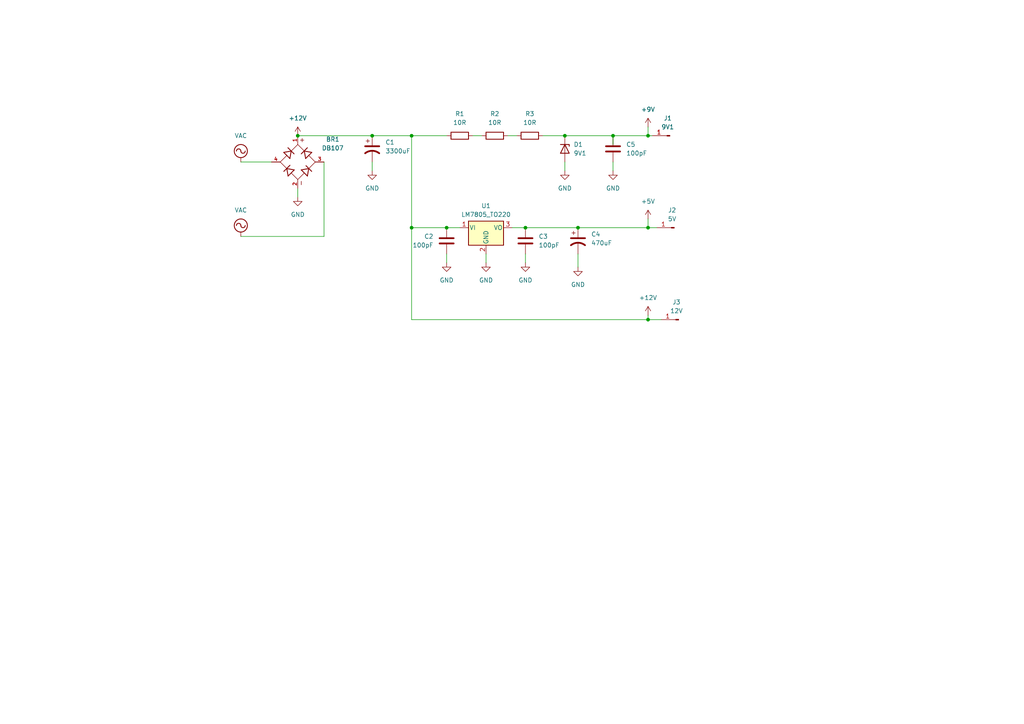
<source format=kicad_sch>
(kicad_sch (version 20230121) (generator eeschema)
  (paper "A4")
  (lib_symbols
    (symbol "Connector:Conn_01x01_Pin" (pin_names (offset 1.016) hide)
      (property "Reference" "J" (at 0 2.54 0))
      (property "Value" "Conn_01x01_Pin" (at 0 -2.54 0))
      (symbol "Conn_01x01_Pin_1_1"
        (polyline (pts (xy 1.27 0) (xy 0.8636 0)) (stroke (width 0.1524)))
        (rectangle (start 0.8636 0.127) (end 0 -0.127) (stroke (width 0.1524)) (fill (type outline)))
        (pin passive line (at 5.08 0 180) (length 3.81) (name "Pin_1") (number "1"))
      )
    )
    (symbol "DB107:DB107" (pin_names (offset 1.016))
      (property "Reference" "BR" (at 5.08 5.08 0))
      (property "Value" "DB107" (at 5.08 -7.62 0))
      (symbol "DB107_0_0"
        (polyline (pts (xy -6.858 1.27) (xy -5.842 1.27)) (stroke (width 0.1524)))
        (polyline (pts (xy -6.35 0.762) (xy -6.35 1.778)) (stroke (width 0.1524)))
        (polyline (pts (xy -5.08 0) (xy -3.175 -1.905)) (stroke (width 0.1524)))
        (polyline (pts (xy -3.175 -1.905) (xy -2.794 -4.064)) (stroke (width 0.254)))
        (polyline (pts (xy -3.175 -1.905) (xy -1.016 -2.286)) (stroke (width 0.254)))
        (polyline (pts (xy -3.175 1.905) (xy -5.08 0)) (stroke (width 0.1524)))
        (polyline (pts (xy -3.175 1.905) (xy -2.794 4.064)) (stroke (width 0.254)))
        (polyline (pts (xy -3.175 1.905) (xy -1.016 2.286)) (stroke (width 0.254)))
        (polyline (pts (xy -2.3622 -1.0668) (xy -4.1402 -2.8448)) (stroke (width 0.254)))
        (polyline (pts (xy -2.3622 1.016) (xy -4.1402 2.794)) (stroke (width 0.254)))
        (polyline (pts (xy -1.016 -2.286) (xy -2.794 -4.064)) (stroke (width 0.254)))
        (polyline (pts (xy -1.016 2.286) (xy -2.794 4.064)) (stroke (width 0.254)))
        (polyline (pts (xy 0 -5.08) (xy -1.8034 -3.2766)) (stroke (width 0.1524)))
        (polyline (pts (xy 0 -5.08) (xy 1.905 -3.175)) (stroke (width 0.1524)))
        (polyline (pts (xy 0 5.08) (xy -1.8034 3.2766)) (stroke (width 0.1524)))
        (polyline (pts (xy 1.905 -3.175) (xy 2.286 -1.016)) (stroke (width 0.254)))
        (polyline (pts (xy 1.905 -3.175) (xy 4.064 -2.794)) (stroke (width 0.254)))
        (polyline (pts (xy 1.905 3.175) (xy 0 5.08)) (stroke (width 0.1524)))
        (polyline (pts (xy 1.905 3.175) (xy 2.286 1.016)) (stroke (width 0.254)))
        (polyline (pts (xy 1.905 3.175) (xy 4.064 2.794)) (stroke (width 0.254)))
        (polyline (pts (xy 2.7178 -4.0386) (xy 0.9398 -2.2606)) (stroke (width 0.254)))
        (polyline (pts (xy 2.7178 4.0386) (xy 1.0668 2.3876)) (stroke (width 0.254)))
        (polyline (pts (xy 3.2766 -1.8034) (xy 5.08 0)) (stroke (width 0.1524)))
        (polyline (pts (xy 4.064 -2.794) (xy 2.286 -1.016)) (stroke (width 0.254)))
        (polyline (pts (xy 4.064 2.794) (xy 2.286 1.016)) (stroke (width 0.254)))
        (polyline (pts (xy 5.08 0) (xy 3.2766 1.8034)) (stroke (width 0.1524)))
        (polyline (pts (xy 5.588 1.016) (xy 6.604 1.016)) (stroke (width 0.1524)))
        (pin passive line (at -7.62 0 0) (length 2.54) (name "~") (number "1"))
        (pin passive line (at 7.62 0 180) (length 2.54) (name "~") (number "2"))
        (pin passive line (at 0 7.62 270) (length 2.54) (name "~") (number "3"))
        (pin passive line (at 0 -7.62 90) (length 2.54) (name "~") (number "4"))
      )
    )
    (symbol "Device:C" (pin_numbers hide) (pin_names (offset 0.254))
      (property "Reference" "C" (at 0.635 2.54 0))
      (property "Value" "C" (at 0.635 -2.54 0))
      (symbol "C_0_1"
        (polyline (pts (xy -2.032 -0.762) (xy 2.032 -0.762)) (stroke (width 0.508)))
        (polyline (pts (xy -2.032 0.762) (xy 2.032 0.762)) (stroke (width 0.508)))
      )
      (symbol "C_1_1"
        (pin passive line (at 0 3.81 270) (length 2.794) (name "~") (number "1"))
        (pin passive line (at 0 -3.81 90) (length 2.794) (name "~") (number "2"))
      )
    )
    (symbol "Device:C_Polarized_US" (pin_numbers hide) (pin_names (offset 0.254) hide)
      (property "Reference" "C" (at 0.635 2.54 0))
      (property "Value" "C_Polarized_US" (at 0.635 -2.54 0))
      (symbol "C_Polarized_US_0_1"
        (polyline (pts (xy -2.032 0.762) (xy 2.032 0.762)) (stroke (width 0.508)))
        (polyline (pts (xy -1.778 2.286) (xy -0.762 2.286)))
        (polyline (pts (xy -1.27 1.778) (xy -1.27 2.794)))
        (arc (start 2.032 -1.27) (mid 0 -0.5572) (end -2.032 -1.27) (stroke (width 0.508)))
      )
      (symbol "C_Polarized_US_1_1"
        (pin passive line (at 0 3.81 270) (length 2.794) (name "~") (number "1"))
        (pin passive line (at 0 -3.81 90) (length 3.302) (name "~") (number "2"))
      )
    )
    (symbol "Device:D_Zener" (pin_numbers hide) (pin_names (offset 1.016) hide)
      (property "Reference" "D" (at 0 2.54 0))
      (property "Value" "D_Zener" (at 0 -2.54 0))
      (symbol "D_Zener_0_1"
        (polyline (pts (xy 1.27 0) (xy -1.27 0)))
        (polyline (pts (xy -1.27 -1.27) (xy -1.27 1.27) (xy -0.762 1.27)) (stroke (width 0.254)))
        (polyline (pts (xy 1.27 -1.27) (xy 1.27 1.27) (xy -1.27 0) (xy 1.27 -1.27)) (stroke (width 0.254)))
      )
      (symbol "D_Zener_1_1"
        (pin passive line (at -3.81 0 0) (length 2.54) (name "K") (number "1"))
        (pin passive line (at 3.81 0 180) (length 2.54) (name "A") (number "2"))
      )
    )
    (symbol "Device:R" (pin_numbers hide) (pin_names (offset 0))
      (property "Reference" "R" (at 2.032 0 90))
      (property "Value" "R" (at 0 0 90))
      (symbol "R_0_1"
        (rectangle (start -1.016 -2.54) (end 1.016 2.54) (stroke (width 0.254)))
      )
      (symbol "R_1_1"
        (pin passive line (at 0 3.81 270) (length 1.27) (name "~") (number "1"))
        (pin passive line (at 0 -3.81 90) (length 1.27) (name "~") (number "2"))
      )
    )
    (symbol "Regulator_Linear:LM7805_TO220" (pin_names (offset 0.254))
      (property "Reference" "U" (at -3.81 3.175 0))
      (property "Value" "LM7805_TO220" (at 0 3.175 0))
      (symbol "LM7805_TO220_0_1"
        (rectangle (start -5.08 1.905) (end 5.08 -5.08) (stroke (width 0.254)) (fill (type background)))
      )
      (symbol "LM7805_TO220_1_1"
        (pin power_in line (at -7.62 0 0) (length 2.54) (name "VI") (number "1"))
        (pin power_in line (at 0 -7.62 90) (length 2.54) (name "GND") (number "2"))
        (pin power_out line (at 7.62 0 180) (length 2.54) (name "VO") (number "3"))
      )
    )
    (symbol "power:+12V" (power) (pin_names (offset 0))
      (property "Value" "+12V" (at 0 3.556 0))
      (symbol "+12V_0_1"
        (polyline (pts (xy -0.762 1.27) (xy 0 2.54)))
        (polyline (pts (xy 0 0) (xy 0 2.54)))
        (polyline (pts (xy 0 2.54) (xy 0.762 1.27)))
      )
      (symbol "+12V_1_1"
        (pin power_in line (at 0 0 90) (length 0) hide (name "+12V") (number "1"))
      )
    )
    (symbol "power:+5V" (power) (pin_names (offset 0))
      (property "Value" "+5V" (at 0 3.556 0))
      (symbol "+5V_0_1"
        (polyline (pts (xy -0.762 1.27) (xy 0 2.54)))
        (polyline (pts (xy 0 0) (xy 0 2.54)))
        (polyline (pts (xy 0 2.54) (xy 0.762 1.27)))
      )
      (symbol "+5V_1_1"
        (pin power_in line (at 0 0 90) (length 0) hide (name "+5V") (number "1"))
      )
    )
    (symbol "power:+9V" (power) (pin_names (offset 0))
      (property "Value" "+9V" (at 0 3.556 0))
      (symbol "+9V_0_1"
        (polyline (pts (xy -0.762 1.27) (xy 0 2.54)))
        (polyline (pts (xy 0 0) (xy 0 2.54)))
        (polyline (pts (xy 0 2.54) (xy 0.762 1.27)))
      )
      (symbol "+9V_1_1"
        (pin power_in line (at 0 0 90) (length 0) hide (name "+9V") (number "1"))
      )
    )
    (symbol "power:GND" (power) (pin_names (offset 0))
      (property "Value" "GND" (at 0 -3.81 0))
      (symbol "GND_0_1"
        (polyline (pts (xy 0 0) (xy 0 -1.27) (xy 1.27 -1.27) (xy 0 -2.54) (xy -1.27 -1.27) (xy 0 -1.27)))
      )
      (symbol "GND_1_1"
        (pin power_in line (at 0 0 270) (length 0) hide (name "GND") (number "1"))
      )
    )
    (symbol "power:VAC" (power) (pin_names (offset 0))
      (property "Value" "VAC" (at 0 6.35 0))
      (symbol "VAC_0_1"
        (polyline (pts (xy 0 0) (xy 0 1.27)))
        (arc (start 0 3.175) (mid -0.635 3.8073) (end -1.27 3.175) (stroke (width 0.254)))
        (arc (start 0 3.175) (mid 0.635 2.5427) (end 1.27 3.175) (stroke (width 0.254)))
        (circle (center 0 3.175) (radius 1.905) (stroke (width 0.254)))
      )
      (symbol "VAC_1_1"
        (pin power_in line (at 0 0 90) (length 0) hide (name "VAC") (number "1"))
      )
    )
  )
  (junction (at 177.8 39.37))
  (junction (at 187.96 39.37))
  (junction (at 163.83 39.37))
  (junction (at 119.38 39.37))
  (junction (at 187.96 66.04))
  (junction (at 129.54 66.04))
  (junction (at 107.95 39.37))
  (junction (at 167.64 66.04))
  (junction (at 187.96 92.71))
  (junction (at 152.4 66.04))
  (junction (at 86.36 39.37))
  (junction (at 119.38 66.04))
  (wire (pts (xy 187.96 92.71) (xy 119.38 92.71)))
  (wire (pts (xy 148.59 66.04) (xy 152.4 66.04)))
  (wire (pts (xy 163.83 46.99) (xy 163.83 49.53)))
  (wire (pts (xy 152.4 73.66) (xy 152.4 76.2)))
  (wire (pts (xy 107.95 39.37) (xy 119.38 39.37)))
  (wire (pts (xy 140.97 73.66) (xy 140.97 76.2)))
  (wire (pts (xy 191.77 92.71) (xy 187.96 92.71)))
  (wire (pts (xy 119.38 39.37) (xy 129.54 39.37)))
  (wire (pts (xy 167.64 66.04) (xy 187.96 66.04)))
  (wire (pts (xy 177.8 46.99) (xy 177.8 49.53)))
  (wire (pts (xy 107.95 46.99) (xy 107.95 49.53)))
  (wire (pts (xy 187.96 91.44) (xy 187.96 92.71)))
  (wire (pts (xy 129.54 73.66) (xy 129.54 76.2)))
  (wire (pts (xy 152.4 66.04) (xy 167.64 66.04)))
  (wire (pts (xy 177.8 41.91) (xy 177.8 39.37)))
  (wire (pts (xy 187.96 39.37) (xy 189.23 39.37)))
  (wire (pts (xy 86.36 54.61) (xy 86.36 57.15)))
  (wire (pts (xy 93.98 68.58) (xy 93.98 46.99)))
  (wire (pts (xy 69.85 68.58) (xy 93.98 68.58)))
  (wire (pts (xy 187.96 63.5) (xy 187.96 66.04)))
  (wire (pts (xy 129.54 66.04) (xy 119.38 66.04)))
  (wire (pts (xy 119.38 92.71) (xy 119.38 66.04)))
  (wire (pts (xy 157.48 39.37) (xy 163.83 39.37)))
  (wire (pts (xy 177.8 39.37) (xy 187.96 39.37)))
  (wire (pts (xy 187.96 36.83) (xy 187.96 39.37)))
  (wire (pts (xy 167.64 73.66) (xy 167.64 77.47)))
  (wire (pts (xy 129.54 66.04) (xy 133.35 66.04)))
  (wire (pts (xy 69.85 46.99) (xy 78.74 46.99)))
  (wire (pts (xy 147.32 39.37) (xy 149.86 39.37)))
  (wire (pts (xy 187.96 66.04) (xy 190.5 66.04)))
  (wire (pts (xy 86.36 39.37) (xy 107.95 39.37)))
  (wire (pts (xy 163.83 39.37) (xy 177.8 39.37)))
  (wire (pts (xy 119.38 66.04) (xy 119.38 39.37)))
  (wire (pts (xy 137.16 39.37) (xy 139.7 39.37)))
  (symbol (lib_id "power:GND") (at 86.36 57.15 0) (unit 1)
    (property "Reference" "#PWR01" (effects hide))
    (property "Value" "GND" (at 86.36 62.23 0))
  )
  (symbol (lib_id "power:GND") (at 177.8 49.53 0) (unit 1)
    (property "Reference" "#PWR08" (effects hide))
    (property "Value" "GND" (at 177.8 54.61 0))
  )
  (symbol (lib_id "Device:R") (at 133.35 39.37 90) (unit 1)
    (property "Reference" "R1" (at 133.35 33.02 90))
    (property "Value" "10R" (at 133.35 35.56 90))
    (property "Footprint" "Resistor_THT:R_Axial_DIN0309_L9.0mm_D3.2mm_P15.24mm_Horizontal" (effects hide))
  )
  (symbol (lib_id "Regulator_Linear:LM7805_TO220") (at 140.97 66.04 0) (unit 1)
    (property "Reference" "U1" (at 140.97 59.69 0))
    (property "Value" "LM7805_TO220" (at 140.97 62.23 0))
    (property "Footprint" "Package_TO_SOT_THT:TO-220-3_Vertical" (effects hide))
    (property "Datasheet" "https://www.onsemi.cn/PowerSolutions/document/MC7800-D.PDF" (effects hide))
  )
  (symbol (lib_id "Device:C_Polarized_US") (at 167.64 69.85 0) (unit 1)
    (property "Reference" "C4" (at 171.45 67.945 0) (effects (justify left)))
    (property "Value" "470uF" (at 171.45 70.485 0) (effects (justify left)))
    (property "Footprint" "Capacitor_THT:CP_Radial_D8.0mm_P2.50mm" (effects hide))
  )
  (symbol (lib_id "Connector:Conn_01x01_Pin") (at 196.85 92.71 0) (mirror y) (unit 1)
    (property "Reference" "J3" (at 196.215 87.63 0))
    (property "Value" "12V" (at 196.215 90.17 0))
    (property "Footprint" "Connector_PinHeader_1.00mm:PinHeader_1x01_P1.00mm_Vertical" (effects hide))
  )
  (symbol (lib_id "Device:C_Polarized_US") (at 107.95 43.18 0) (unit 1)
    (property "Reference" "C1" (at 111.76 41.275 0) (effects (justify left)))
    (property "Value" "3300uF" (at 111.76 43.815 0) (effects (justify left)))
    (property "Footprint" "Capacitor_THT:CP_Radial_D12.5mm_P5.00mm" (effects hide))
  )
  (symbol (lib_id "Device:C") (at 152.4 69.85 0) (unit 1)
    (property "Reference" "C3" (at 156.21 68.58 0) (effects (justify left)))
    (property "Value" "100pF" (at 156.21 71.12 0) (effects (justify left)))
    (property "Footprint" "Capacitor_THT:C_Disc_D4.3mm_W1.9mm_P5.00mm" (effects hide))
  )
  (symbol (lib_id "Device:R") (at 143.51 39.37 90) (unit 1)
    (property "Reference" "R2" (at 143.51 33.02 90))
    (property "Value" "10R" (at 143.51 35.56 90))
    (property "Footprint" "Resistor_THT:R_Axial_DIN0309_L9.0mm_D3.2mm_P15.24mm_Horizontal" (effects hide))
  )
  (symbol (lib_id "Device:D_Zener") (at 163.83 43.18 270) (unit 1)
    (property "Reference" "D1" (at 166.37 41.91 90) (effects (justify left)))
    (property "Value" "9V1" (at 166.37 44.45 90) (effects (justify left)))
    (property "Footprint" "Diode_THT:D_T-1_P10.16mm_Horizontal" (effects hide))
  )
  (symbol (lib_id "Connector:Conn_01x01_Pin") (at 194.31 39.37 0) (mirror y) (unit 1)
    (property "Reference" "J1" (at 193.675 34.29 0))
    (property "Value" "9V1" (at 193.675 36.83 0))
    (property "Footprint" "Connector_PinHeader_1.00mm:PinHeader_1x01_P1.00mm_Vertical" (effects hide))
  )
  (symbol (lib_id "Connector:Conn_01x01_Pin") (at 195.58 66.04 0) (mirror y) (unit 1)
    (property "Reference" "J2" (at 194.945 60.96 0))
    (property "Value" "5V" (at 194.945 63.5 0))
    (property "Footprint" "Connector_PinHeader_1.00mm:PinHeader_1x01_P1.00mm_Vertical" (effects hide))
  )
  (symbol (lib_id "power:GND") (at 107.95 49.53 0) (unit 1)
    (property "Reference" "#PWR06" (effects hide))
    (property "Value" "GND" (at 107.95 54.61 0))
  )
  (symbol (lib_id "power:+12V") (at 86.36 39.37 0) (unit 1)
    (property "Reference" "#PWR09" (effects hide))
    (property "Value" "+12V" (at 86.36 34.29 0))
  )
  (symbol (lib_id "power:VAC") (at 69.85 46.99 0) (unit 1)
    (property "Reference" "#PWR011" (effects hide))
    (property "Value" "VAC" (at 69.85 39.37 0))
  )
  (symbol (lib_id "DB107:DB107") (at 86.36 46.99 270) (unit 1)
    (property "Reference" "BR1" (at 96.52 40.4113 90))
    (property "Value" "DB107" (at 96.52 42.9513 90))
    (property "Footprint" "DB107:DIP825W50P509L880H320Q4" (effects hide))
    (property "MF" "Rectron USA" (effects hide))
    (property "MAXIMUM_PACKAGE_HEIGHT" "3.2 mm" (effects hide))
    (property "Package" "SMD-4 Rectron" (effects hide))
    (property "Price" "None" (effects hide))
    (property "Check_prices" "https://www.snapeda.com/parts/DB107/Rectron/view-part/?ref=eda" (effects hide))
    (property "STANDARD" "IPC-7351B" (effects hide))
    (property "PARTREV" "13" (effects hide))
    (property "SnapEDA_Link" "https://www.snapeda.com/parts/DB107/Rectron/view-part/?ref=snap" (effects hide))
    (property "MP" "DB107" (effects hide))
    (property "Description" "\nBridge Rectifier Single Phase Standard 1 kV Surface Mount DB-S\n" (effects hide))
    (property "Availability" "In Stock" (effects hide))
    (property "MANUFACTURER" "EIC Semiconductor" (effects hide))
  )
  (symbol (lib_id "Device:C") (at 129.54 69.85 0) (mirror y) (unit 1)
    (property "Reference" "C2" (at 125.73 68.58 0) (effects (justify left)))
    (property "Value" "100pF" (at 125.73 71.12 0) (effects (justify left)))
    (property "Footprint" "Capacitor_THT:C_Disc_D4.3mm_W1.9mm_P5.00mm" (effects hide))
  )
  (symbol (lib_id "power:GND") (at 163.83 49.53 0) (unit 1)
    (property "Reference" "#PWR07" (effects hide))
    (property "Value" "GND" (at 163.83 54.61 0))
  )
  (symbol (lib_id "power:VAC") (at 69.85 68.58 0) (unit 1)
    (property "Reference" "#PWR010" (effects hide))
    (property "Value" "VAC" (at 69.85 60.96 0))
  )
  (symbol (lib_id "power:GND") (at 129.54 76.2 0) (unit 1)
    (property "Reference" "#PWR03" (effects hide))
    (property "Value" "GND" (at 129.54 81.28 0))
  )
  (symbol (lib_id "power:+12V") (at 187.96 91.44 0) (unit 1)
    (property "Reference" "#PWR012" (effects hide))
    (property "Value" "+12V" (at 187.96 86.36 0))
  )
  (symbol (lib_id "power:GND") (at 167.64 77.47 0) (unit 1)
    (property "Reference" "#PWR05" (effects hide))
    (property "Value" "GND" (at 167.64 82.55 0))
  )
  (symbol (lib_id "Device:C") (at 177.8 43.18 0) (unit 1)
    (property "Reference" "C5" (at 181.61 41.91 0) (effects (justify left)))
    (property "Value" "100pF" (at 181.61 44.45 0) (effects (justify left)))
    (property "Footprint" "Capacitor_THT:C_Disc_D4.3mm_W1.9mm_P5.00mm" (effects hide))
  )
  (symbol (lib_id "power:+5V") (at 187.96 63.5 0) (unit 1)
    (property "Reference" "#PWR014" (effects hide))
    (property "Value" "+5V" (at 187.96 58.42 0))
  )
  (symbol (lib_id "power:+9V") (at 187.96 36.83 0) (unit 1)
    (property "Reference" "#PWR013" (effects hide))
    (property "Value" "+9V" (at 187.96 31.75 0))
  )
  (symbol (lib_id "power:GND") (at 152.4 76.2 0) (unit 1)
    (property "Reference" "#PWR04" (effects hide))
    (property "Value" "GND" (at 152.4 81.28 0))
  )
  (symbol (lib_id "Device:R") (at 153.67 39.37 90) (unit 1)
    (property "Reference" "R3" (at 153.67 33.02 90))
    (property "Value" "10R" (at 153.67 35.56 90))
    (property "Footprint" "Resistor_THT:R_Axial_DIN0309_L9.0mm_D3.2mm_P15.24mm_Horizontal" (effects hide))
  )
  (symbol (lib_id "power:GND") (at 140.97 76.2 0) (unit 1)
    (property "Reference" "#PWR02" (effects hide))
    (property "Value" "GND" (at 140.97 81.28 0))
  )
)
</source>
